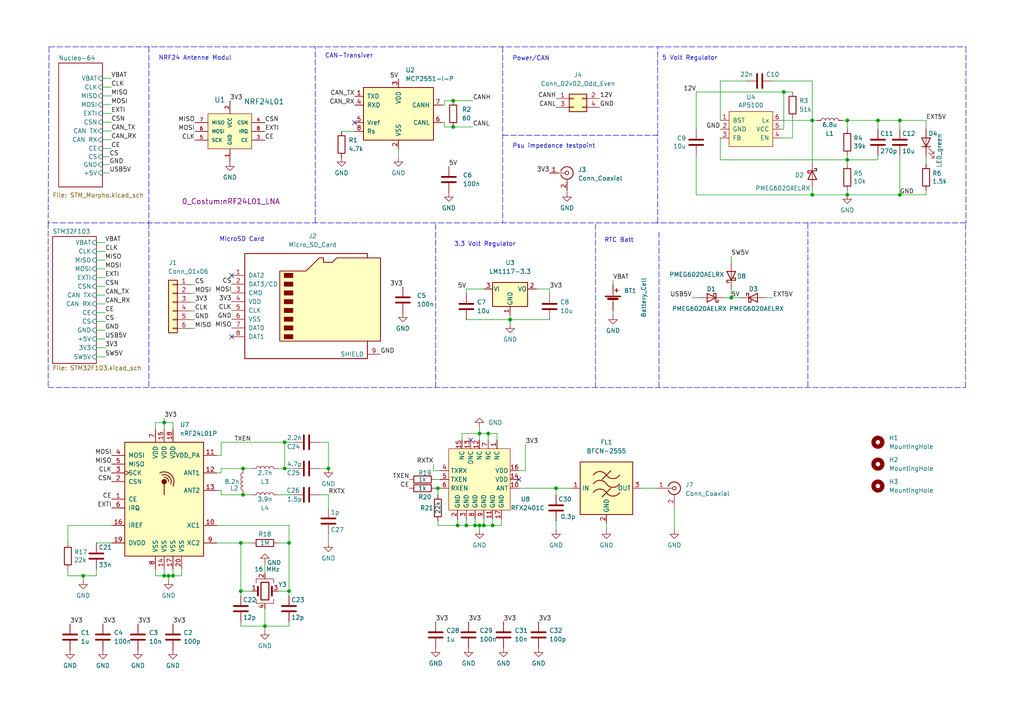
<source format=kicad_sch>
(kicad_sch (version 20211123) (generator eeschema)
  (paper "A4")
  (lib_symbols
    (symbol "0Costum:BD9G101G" (pin_names (offset 1.016))
      (property "Reference" "U?" (at 0 9.271 0))
      (property "Value" "BD9G101G" (at 0 6.9596 0))
      (symbol "BD9G101G_1_1"
        (pin input line (at -8.89 2.54 0) (length 2.54) (name "BST") (number "1"))
        (pin input line (at -8.89 0 0) (length 2.54) (name "GND") (number "2"))
        (pin input line (at -8.89 -2.54 0) (length 2.54) (name "FB") (number "3"))
        (pin input line (at 8.89 -2.54 180) (length 2.54) (name "EN") (number "4"))
        (pin input line (at 8.89 0 180) (length 2.54) (name "VCC") (number "5"))
        (pin output line (at 8.89 2.54 180) (length 2.54) (name "Lx") (number "6"))
      )
    )
    (symbol "0_Costum:RFX2401C"
      (property "Reference" "U" (at 0 16.51 0))
      (property "Value" "RFX2401C" (at 6.35 -3.175 0))
      (symbol "RFX2401C_1_1"
        (pin input line (at 7.62 3.81 270) (length 2.54) (name "NC") (number "1"))
        (pin input line (at 13.97 -10.16 180) (length 2.54) (name "ANT") (number "10"))
        (pin input line (at 6.35 -19.05 90) (length 2.54) (name "GND") (number "11"))
        (pin input line (at 2.54 3.81 270) (length 2.54) (name "NC") (number "12"))
        (pin input line (at 0 3.81 270) (length 2.54) (name "DNC") (number "13"))
        (pin input line (at 13.97 -7.62 180) (length 2.54) (name "VDD") (number "14"))
        (pin input line (at -2.54 3.81 270) (length 2.54) (name "NC") (number "15"))
        (pin input line (at 13.97 -5.08 180) (length 2.54) (name "VDD") (number "16"))
        (pin input line (at 8.89 -19.05 90) (length 2.54) (name "GND") (number "17"))
        (pin input line (at -3.81 -19.05 90) (length 2.54) (name "GND") (number "2"))
        (pin input line (at -1.27 -19.05 90) (length 2.54) (name "GND") (number "3"))
        (pin input line (at -8.89 -5.08 0) (length 2.54) (name "TXRX") (number "4"))
        (pin input line (at -8.89 -7.62 0) (length 2.54) (name "TXEN") (number "5"))
        (pin input line (at -8.89 -10.16 0) (length 2.54) (name "RXEN") (number "6"))
        (pin input line (at 5.08 3.81 270) (length 2.54) (name "NC") (number "7"))
        (pin input line (at 1.27 -19.05 90) (length 2.54) (name "GND") (number "8"))
        (pin input line (at 3.81 -19.05 90) (length 2.54) (name "GND") (number "9"))
      )
    )
    (symbol "Connector:Conn_Coaxial" (pin_names (offset 1.016) hide)
      (property "Reference" "J" (at 0.254 3.048 0))
      (property "Value" "Conn_Coaxial" (at 2.921 0 90))
      (symbol "Conn_Coaxial_1_1"
        (pin passive line (at -5.08 0 0) (length 2.54) (name "In") (number "1"))
        (pin passive line (at 0 -5.08 90) (length 2.54) (name "Ext") (number "2"))
      )
    )
    (symbol "Connector:Micro_SD_Card" (pin_names (offset 1.016))
      (property "Reference" "J" (at -16.51 15.24 0))
      (property "Value" "Micro_SD_Card" (at 16.51 15.24 0))
      (symbol "Micro_SD_Card_1_1"
        (pin bidirectional line (at -22.86 7.62 0) (length 3.81) (name "DAT2") (number "1"))
        (pin bidirectional line (at -22.86 5.08 0) (length 3.81) (name "DAT3/CD") (number "2"))
        (pin input line (at -22.86 2.54 0) (length 3.81) (name "CMD") (number "3"))
        (pin power_in line (at -22.86 0 0) (length 3.81) (name "VDD") (number "4"))
        (pin input line (at -22.86 -2.54 0) (length 3.81) (name "CLK") (number "5"))
        (pin power_in line (at -22.86 -5.08 0) (length 3.81) (name "VSS") (number "6"))
        (pin bidirectional line (at -22.86 -7.62 0) (length 3.81) (name "DAT0") (number "7"))
        (pin bidirectional line (at -22.86 -10.16 0) (length 3.81) (name "DAT1") (number "8"))
        (pin passive line (at 20.32 -15.24 180) (length 3.81) (name "SHIELD") (number "9"))
      )
    )
    (symbol "Connector_Generic:Conn_01x06" (pin_names (offset 1.016) hide)
      (property "Reference" "J" (at 0 7.62 0))
      (property "Value" "Conn_01x06" (at 0 -10.16 0))
      (symbol "Conn_01x06_1_1"
        (pin passive line (at -5.08 5.08 0) (length 3.81) (name "Pin_1") (number "1"))
        (pin passive line (at -5.08 2.54 0) (length 3.81) (name "Pin_2") (number "2"))
        (pin passive line (at -5.08 0 0) (length 3.81) (name "Pin_3") (number "3"))
        (pin passive line (at -5.08 -2.54 0) (length 3.81) (name "Pin_4") (number "4"))
        (pin passive line (at -5.08 -5.08 0) (length 3.81) (name "Pin_5") (number "5"))
        (pin passive line (at -5.08 -7.62 0) (length 3.81) (name "Pin_6") (number "6"))
      )
    )
    (symbol "Connector_Generic:Conn_02x02_Odd_Even" (pin_names (offset 1.016) hide)
      (property "Reference" "J" (at 1.27 2.54 0))
      (property "Value" "Conn_02x02_Odd_Even" (at 1.27 -5.08 0))
      (symbol "Conn_02x02_Odd_Even_1_1"
        (pin passive line (at -5.08 0 0) (length 3.81) (name "Pin_1") (number "1"))
        (pin passive line (at 7.62 0 180) (length 3.81) (name "Pin_2") (number "2"))
        (pin passive line (at -5.08 -2.54 0) (length 3.81) (name "Pin_3") (number "3"))
        (pin passive line (at 7.62 -2.54 180) (length 3.81) (name "Pin_4") (number "4"))
      )
    )
    (symbol "Device:Battery_Cell" (pin_numbers hide) (pin_names (offset 0) hide)
      (property "Reference" "BT" (at 2.54 2.54 0))
      (property "Value" "Battery_Cell" (at 2.54 0 0))
      (symbol "Battery_Cell_1_1"
        (pin passive line (at 0 5.08 270) (length 2.54) (name "+") (number "1"))
        (pin passive line (at 0 -2.54 90) (length 2.54) (name "-") (number "2"))
      )
    )
    (symbol "Device:C" (pin_numbers hide) (pin_names (offset 0.254))
      (property "Reference" "C" (at 0.635 2.54 0))
      (property "Value" "C" (at 0.635 -2.54 0))
      (symbol "C_1_1"
        (pin passive line (at 0 3.81 270) (length 2.794) (name "~") (number "1"))
        (pin passive line (at 0 -3.81 90) (length 2.794) (name "~") (number "2"))
      )
    )
    (symbol "Device:Crystal_GND24" (pin_names (offset 1.016) hide)
      (property "Reference" "Y" (at 3.175 5.08 0))
      (property "Value" "Crystal_GND24" (at 3.175 3.175 0))
      (symbol "Crystal_GND24_1_1"
        (pin passive line (at -3.81 0 0) (length 1.27) (name "1") (number "1"))
        (pin passive line (at 0 5.08 270) (length 1.27) (name "2") (number "2"))
        (pin passive line (at 3.81 0 180) (length 1.27) (name "3") (number "3"))
        (pin passive line (at 0 -5.08 90) (length 1.27) (name "4") (number "4"))
      )
    )
    (symbol "Device:D_Schottky" (pin_numbers hide) (pin_names (offset 1.016) hide)
      (property "Reference" "D" (at 0 2.54 0))
      (property "Value" "D_Schottky" (at 0 -2.54 0))
      (symbol "D_Schottky_1_1"
        (pin passive line (at -3.81 0 0) (length 2.54) (name "K") (number "1"))
        (pin passive line (at 3.81 0 180) (length 2.54) (name "A") (number "2"))
      )
    )
    (symbol "Device:L" (pin_numbers hide) (pin_names (offset 1.016) hide)
      (property "Reference" "L" (at -1.27 0 90))
      (property "Value" "L" (at 1.905 0 90))
      (symbol "L_1_1"
        (pin passive line (at 0 3.81 270) (length 1.27) (name "1") (number "1"))
        (pin passive line (at 0 -3.81 90) (length 1.27) (name "2") (number "2"))
      )
    )
    (symbol "Device:LED" (pin_numbers hide) (pin_names (offset 1.016) hide)
      (property "Reference" "D" (at 0 2.54 0))
      (property "Value" "LED" (at 0 -2.54 0))
      (symbol "LED_1_1"
        (pin passive line (at -3.81 0 0) (length 2.54) (name "K") (number "1"))
        (pin passive line (at 3.81 0 180) (length 2.54) (name "A") (number "2"))
      )
    )
    (symbol "Device:R" (pin_numbers hide) (pin_names (offset 0))
      (property "Reference" "R" (at 2.032 0 90))
      (property "Value" "R" (at 0 0 90))
      (symbol "R_1_1"
        (pin passive line (at 0 3.81 270) (length 1.27) (name "~") (number "1"))
        (pin passive line (at 0 -3.81 90) (length 1.27) (name "~") (number "2"))
      )
    )
    (symbol "Interface_CAN_LIN:MCP2551-I-P" (pin_names (offset 1.016))
      (property "Reference" "U" (at -10.16 8.89 0))
      (property "Value" "MCP2551-I-P" (at 2.54 8.89 0))
      (symbol "MCP2551-I-P_1_1"
        (pin input line (at -12.7 5.08 0) (length 2.54) (name "TXD") (number "1"))
        (pin power_in line (at 0 -10.16 90) (length 2.54) (name "VSS") (number "2"))
        (pin power_in line (at 0 10.16 270) (length 2.54) (name "VDD") (number "3"))
        (pin output line (at -12.7 2.54 0) (length 2.54) (name "RXD") (number "4"))
        (pin power_out line (at -12.7 -2.54 0) (length 2.54) (name "Vref") (number "5"))
        (pin bidirectional line (at 12.7 -2.54 180) (length 2.54) (name "CANL") (number "6"))
        (pin bidirectional line (at 12.7 2.54 180) (length 2.54) (name "CANH") (number "7"))
        (pin input line (at -12.7 -5.08 0) (length 2.54) (name "Rs") (number "8"))
      )
    )
    (symbol "Mechanical:MountingHole" (pin_names (offset 1.016))
      (property "Reference" "H" (at 0 5.08 0))
      (property "Value" "MountingHole" (at 0 3.175 0))
    )
    (symbol "RF:nRF24L01P" (pin_names (offset 1.016))
      (property "Reference" "U" (at -11.43 17.78 0))
      (property "Value" "nRF24L01P" (at 5.08 17.78 0))
      (symbol "nRF24L01P_1_1"
        (pin input line (at -15.24 0 0) (length 3.81) (name "CE") (number "1"))
        (pin passive line (at 15.24 -7.62 180) (length 3.81) (name "XC1") (number "10"))
        (pin power_out line (at 15.24 12.7 180) (length 3.81) (name "VDD_PA") (number "11"))
        (pin passive line (at 15.24 7.62 180) (length 3.81) (name "ANT1") (number "12"))
        (pin passive line (at 15.24 2.54 180) (length 3.81) (name "ANT2") (number "13"))
        (pin power_in line (at 0 -20.32 90) (length 3.81) (name "VSS") (number "14"))
        (pin power_in line (at 0 20.32 270) (length 3.81) (name "VDD") (number "15"))
        (pin passive line (at -15.24 -7.62 0) (length 3.81) (name "IREF") (number "16"))
        (pin power_in line (at 2.54 -20.32 90) (length 3.81) (name "VSS") (number "17"))
        (pin power_in line (at 2.54 20.32 270) (length 3.81) (name "VDD") (number "18"))
        (pin power_out line (at -15.24 -12.7 0) (length 3.81) (name "DVDD") (number "19"))
        (pin input line (at -15.24 5.08 0) (length 3.81) (name "CSN") (number "2"))
        (pin power_in line (at 5.08 -20.32 90) (length 3.81) (name "VSS") (number "20"))
        (pin input clock (at -15.24 7.62 0) (length 3.81) (name "SCK") (number "3"))
        (pin input line (at -15.24 12.7 0) (length 3.81) (name "MOSI") (number "4"))
        (pin output line (at -15.24 10.16 0) (length 3.81) (name "MISO") (number "5"))
        (pin output line (at -15.24 -2.54 0) (length 3.81) (name "IRQ") (number "6"))
        (pin power_in line (at -2.54 20.32 270) (length 3.81) (name "VDD") (number "7"))
        (pin power_in line (at -2.54 -20.32 90) (length 3.81) (name "VSS") (number "8"))
        (pin passive line (at 15.24 -12.7 180) (length 3.81) (name "XC2") (number "9"))
      )
    )
    (symbol "RF_Filter:BFCN-2555"
      (property "Reference" "FL" (at 0 10.795 0))
      (property "Value" "BFCN-2555" (at 0 8.89 0))
      (symbol "BFCN-2555_1_1"
        (pin passive line (at -10.16 0 0) (length 2.54) (name "IN") (number "1"))
        (pin passive line (at 0 -10.16 90) (length 2.54) (name "GND") (number "2"))
        (pin passive line (at 10.16 0 180) (length 2.54) (name "OUT") (number "3"))
        (pin passive line (at 0 -10.16 90) (length 2.54) hide (name "GND") (number "4"))
        (pin passive line (at 0 -10.16 90) (length 2.54) hide (name "GND") (number "5"))
        (pin passive line (at 0 -10.16 90) (length 2.54) hide (name "GND") (number "6"))
      )
    )
    (symbol "Regulator_Linear:LM1117-3.3" (pin_names (offset 0.254))
      (property "Reference" "U" (at -3.81 3.175 0))
      (property "Value" "LM1117-3.3" (at 0 3.175 0))
      (symbol "LM1117-3.3_1_1"
        (pin power_in line (at 0 -7.62 90) (length 2.54) (name "GND") (number "1"))
        (pin power_out line (at 7.62 0 180) (length 2.54) (name "VO") (number "2"))
        (pin power_in line (at -7.62 0 0) (length 2.54) (name "VI") (number "3"))
      )
    )
    (symbol "mysensors_radios:NRF24L01" (pin_names (offset 1.016))
      (property "Reference" "U1" (at -4.572 9.144 0))
      (property "Value" "NRF24L01" (at 4.064 8.636 0))
      (symbol "NRF24L01_1_1"
        (pin power_in line (at 0 -8.89 90) (length 3.81) (name "GND") (number "1"))
        (pin power_in line (at 0 8.89 270) (length 3.81) (name "VCC") (number "2"))
        (pin input line (at 10.16 -2.54 180) (length 3.81) (name "CE") (number "3"))
        (pin input line (at 10.16 2.54 180) (length 3.81) (name "CSN") (number "4"))
        (pin input line (at -10.16 -2.54 0) (length 3.81) (name "SCK") (number "5"))
        (pin input line (at -10.16 0 0) (length 3.81) (name "MOSI") (number "6"))
        (pin input line (at -10.16 2.54 0) (length 3.81) (name "MISO") (number "7"))
        (pin output line (at 10.16 0 180) (length 3.81) (name "IRQ") (number "8"))
      )
    )
    (symbol "power:GND" (power) (pin_names (offset 0))
      (property "Value" "GND" (at 0 -3.81 0))
      (symbol "GND_1_1"
        (pin power_in line (at 0 0 270) (length 0) hide (name "GND") (number "1"))
      )
    )
  )
  (junction (at 50.165 167.005))
  (junction (at 139.065 152.4))
  (junction (at 132.715 152.4))
  (junction (at 141.605 125.73))
  (junction (at 147.955 92.71))
  (junction (at 47.625 167.005))
  (junction (at 95.25 135.89))
  (junction (at 69.85 157.48))
  (junction (at 135.255 152.4))
  (junction (at 70.485 143.51))
  (junction (at 47.625 122.555))
  (junction (at 69.85 171.45))
  (junction (at 140.335 152.4))
  (junction (at 161.29 141.605))
  (junction (at 254.635 34.925))
  (junction (at 142.875 152.4))
  (junction (at 131.445 29.21))
  (junction (at 235.585 56.515))
  (junction (at 82.55 128.27))
  (junction (at 82.55 135.89))
  (junction (at 212.09 86.36))
  (junction (at 24.13 167.005))
  (junction (at 139.065 125.73))
  (junction (at 76.835 181.61))
  (junction (at 131.445 36.83))
  (junction (at 245.745 46.355))
  (junction (at 245.745 56.515))
  (junction (at 83.82 157.48))
  (junction (at 127 141.605))
  (junction (at 70.485 135.89))
  (junction (at 235.585 34.925))
  (junction (at 245.745 34.925))
  (junction (at 137.795 152.4))
  (junction (at 83.82 171.45))
  (junction (at 227.33 26.67))
  (junction (at 260.985 34.925))
  (junction (at 48.895 167.005))
  (junction (at 260.985 56.515))
  (no_connect (at 150.495 139.065))
  (no_connect (at 67.183 97.663))
  (no_connect (at 136.525 127.635))
  (no_connect (at 67.183 79.883))
  (no_connect (at 102.87 35.56))
  (wire (pts (xy 235.585 34.925) (xy 236.855 34.925)))
  (wire (pts (xy 83.82 152.4) (xy 62.865 152.4)))
  (wire (pts (xy 128.905 36.83) (xy 131.445 36.83)))
  (wire (pts (xy 212.09 86.36) (xy 214.63 86.36)))
  (wire (pts (xy 69.85 181.61) (xy 76.835 181.61)))
  (wire (pts (xy 55.245 82.55) (xy 56.515 82.55)))
  (wire (pts (xy 85.09 128.27) (xy 82.55 128.27)))
  (wire (pts (xy 127 141.605) (xy 127.635 141.605)))
  (wire (pts (xy 235.585 23.495) (xy 235.585 34.925)))
  (wire (pts (xy 152.4 136.525) (xy 152.4 128.905)))
  (wire (pts (xy 128.905 35.56) (xy 128.905 36.83)))
  (wire (pts (xy 29.718 45.466) (xy 31.75 45.466)))
  (wire (pts (xy 47.625 167.005) (xy 45.085 167.005)))
  (wire (pts (xy 260.985 34.925) (xy 260.985 37.465)))
  (wire (pts (xy 29.718 30.353) (xy 32.258 30.353)))
  (wire (pts (xy 159.385 83.82) (xy 159.385 85.09)))
  (wire (pts (xy 161.29 141.605) (xy 165.735 141.605)))
  (wire (pts (xy 95.25 128.27) (xy 95.25 135.89)))
  (wire (pts (xy 47.625 122.555) (xy 47.625 124.46)))
  (wire (pts (xy 177.8 90.17) (xy 177.8 91.44)))
  (polyline (pts (xy 172.72 112.395) (xy 172.72 64.643)))
  (wire (pts (xy 227.33 26.67) (xy 201.93 26.67)))
  (wire (pts (xy 210.185 86.36) (xy 212.09 86.36)))
  (wire (pts (xy 125.73 134.62) (xy 125.73 136.525)))
  (wire (pts (xy 128.905 30.48) (xy 128.27 30.48)))
  (wire (pts (xy 135.255 92.71) (xy 147.955 92.71)))
  (wire (pts (xy 245.745 55.245) (xy 245.745 56.515)))
  (wire (pts (xy 137.795 150.495) (xy 137.795 152.4)))
  (wire (pts (xy 27.94 77.978) (xy 30.48 77.978)))
  (wire (pts (xy 235.585 56.515) (xy 245.745 56.515)))
  (polyline (pts (xy 190.5 64.643) (xy 13.97 64.643)))
  (polyline (pts (xy 190.5 64.643) (xy 190.754 64.643)))
  (polyline (pts (xy 145.796 13.589) (xy 145.796 64.643)))
  (wire (pts (xy 64.135 143.51) (xy 70.485 143.51)))
  (wire (pts (xy 70.485 135.89) (xy 73.025 135.89)))
  (wire (pts (xy 268.605 55.245) (xy 268.605 56.515)))
  (wire (pts (xy 216.535 23.495) (xy 208.915 23.495)))
  (wire (pts (xy 92.71 128.27) (xy 95.25 128.27)))
  (wire (pts (xy 224.155 23.495) (xy 235.585 23.495)))
  (wire (pts (xy 147.955 92.71) (xy 159.385 92.71)))
  (wire (pts (xy 69.85 171.45) (xy 69.85 172.72)))
  (wire (pts (xy 99.06 38.1) (xy 102.87 38.1)))
  (polyline (pts (xy 43.18 64.643) (xy 42.926 64.643)))
  (wire (pts (xy 195.58 146.685) (xy 195.58 153.67)))
  (wire (pts (xy 139.065 152.4) (xy 139.065 153.67)))
  (wire (pts (xy 83.82 157.48) (xy 83.82 171.45)))
  (wire (pts (xy 27.94 80.518) (xy 30.48 80.518)))
  (wire (pts (xy 19.685 167.005) (xy 24.13 167.005)))
  (wire (pts (xy 139.065 123.825) (xy 139.065 125.73)))
  (wire (pts (xy 260.985 56.515) (xy 268.605 56.515)))
  (wire (pts (xy 125.73 136.525) (xy 127.635 136.525)))
  (wire (pts (xy 268.605 34.925) (xy 268.605 37.465)))
  (wire (pts (xy 254.635 34.925) (xy 254.635 37.465)))
  (wire (pts (xy 212.09 74.295) (xy 212.09 76.2)))
  (wire (pts (xy 47.625 122.555) (xy 50.165 122.555)))
  (wire (pts (xy 27.94 85.598) (xy 30.48 85.598)))
  (wire (pts (xy 164.465 55.245) (xy 164.465 55.88)))
  (wire (pts (xy 83.82 152.4) (xy 83.82 157.48)))
  (wire (pts (xy 177.8 81.28) (xy 177.8 82.55)))
  (wire (pts (xy 131.445 29.21) (xy 128.905 29.21)))
  (wire (pts (xy 69.85 180.34) (xy 69.85 181.61)))
  (wire (pts (xy 132.715 152.4) (xy 135.255 152.4)))
  (wire (pts (xy 142.875 152.4) (xy 140.335 152.4)))
  (wire (pts (xy 70.485 143.51) (xy 73.025 143.51)))
  (wire (pts (xy 201.93 26.67) (xy 201.93 37.465)))
  (wire (pts (xy 47.625 165.1) (xy 47.625 167.005)))
  (wire (pts (xy 24.13 167.005) (xy 24.13 168.275)))
  (wire (pts (xy 137.795 152.4) (xy 135.255 152.4)))
  (wire (pts (xy 29.718 32.893) (xy 32.258 32.893)))
  (wire (pts (xy 235.585 34.925) (xy 235.585 46.99)))
  (wire (pts (xy 76.835 163.195) (xy 76.835 166.37)))
  (wire (pts (xy 27.94 90.678) (xy 30.48 90.678)))
  (wire (pts (xy 52.705 165.1) (xy 52.705 167.005)))
  (wire (pts (xy 29.718 22.733) (xy 32.258 22.733)))
  (polyline (pts (xy 43.18 13.589) (xy 43.18 64.643)))
  (wire (pts (xy 226.695 34.925) (xy 235.585 34.925)))
  (wire (pts (xy 27.94 103.505) (xy 30.48 103.505)))
  (wire (pts (xy 201.93 56.515) (xy 201.93 45.085)))
  (wire (pts (xy 212.09 83.82) (xy 212.09 86.36)))
  (wire (pts (xy 115.57 43.18) (xy 115.57 45.72)))
  (wire (pts (xy 27.94 95.758) (xy 30.48 95.758)))
  (wire (pts (xy 141.605 125.73) (xy 141.605 127.635)))
  (wire (pts (xy 45.085 122.555) (xy 47.625 122.555)))
  (wire (pts (xy 175.895 151.765) (xy 175.895 153.67)))
  (wire (pts (xy 127 151.13) (xy 127 152.4)))
  (wire (pts (xy 141.605 125.73) (xy 144.145 125.73)))
  (wire (pts (xy 131.445 36.83) (xy 137.16 36.83)))
  (wire (pts (xy 128.27 35.56) (xy 128.905 35.56)))
  (wire (pts (xy 145.415 152.4) (xy 142.875 152.4)))
  (polyline (pts (xy 280.035 112.395) (xy 280.035 64.77)))
  (wire (pts (xy 29.718 37.973) (xy 32.258 37.973)))
  (wire (pts (xy 208.915 46.355) (xy 208.915 40.005)))
  (wire (pts (xy 95.25 154.94) (xy 95.25 157.48)))
  (polyline (pts (xy 126.365 112.395) (xy 126.365 64.77)))
  (wire (pts (xy 29.718 40.513) (xy 32.258 40.513)))
  (polyline (pts (xy 43.18 64.77) (xy 43.18 112.395)))
  (wire (pts (xy 201.93 56.515) (xy 235.585 56.515)))
  (wire (pts (xy 64.135 128.27) (xy 82.55 128.27)))
  (wire (pts (xy 55.245 90.17) (xy 56.515 90.17)))
  (wire (pts (xy 245.745 34.925) (xy 245.745 37.465)))
  (polyline (pts (xy 13.97 112.395) (xy 280.035 112.395)))
  (wire (pts (xy 69.85 157.48) (xy 73.025 157.48)))
  (wire (pts (xy 227.33 26.67) (xy 229.87 26.67)))
  (wire (pts (xy 254.635 34.925) (xy 260.985 34.925)))
  (wire (pts (xy 229.87 40.005) (xy 229.87 34.29)))
  (wire (pts (xy 27.94 88.138) (xy 30.48 88.138)))
  (wire (pts (xy 139.065 125.73) (xy 139.065 127.635)))
  (wire (pts (xy 155.575 83.82) (xy 159.385 83.82)))
  (wire (pts (xy 45.085 124.46) (xy 45.085 122.555)))
  (wire (pts (xy 27.94 93.218) (xy 30.48 93.218)))
  (wire (pts (xy 142.875 150.495) (xy 142.875 152.4)))
  (wire (pts (xy 64.135 137.16) (xy 64.135 135.89)))
  (wire (pts (xy 55.245 85.09) (xy 56.515 85.09)))
  (wire (pts (xy 95.25 143.51) (xy 95.25 147.32)))
  (wire (pts (xy 139.065 125.73) (xy 141.605 125.73)))
  (polyline (pts (xy 234.315 64.77) (xy 234.315 112.395)))
  (wire (pts (xy 140.335 150.495) (xy 140.335 152.4)))
  (wire (pts (xy 244.475 34.925) (xy 245.745 34.925)))
  (polyline (pts (xy 191.135 112.395) (xy 191.135 67.31)))
  (wire (pts (xy 140.335 152.4) (xy 139.065 152.4)))
  (wire (pts (xy 254.635 46.355) (xy 254.635 45.085)))
  (wire (pts (xy 245.745 34.925) (xy 254.635 34.925)))
  (wire (pts (xy 126.365 139.065) (xy 127.635 139.065)))
  (wire (pts (xy 208.915 46.355) (xy 245.745 46.355)))
  (wire (pts (xy 64.135 135.89) (xy 70.485 135.89)))
  (wire (pts (xy 235.585 54.61) (xy 235.585 56.515)))
  (wire (pts (xy 27.94 75.438) (xy 30.48 75.438)))
  (wire (pts (xy 132.715 150.495) (xy 132.715 152.4)))
  (wire (pts (xy 227.33 26.67) (xy 227.33 37.465)))
  (wire (pts (xy 29.718 25.273) (xy 32.258 25.273)))
  (wire (pts (xy 76.835 181.61) (xy 76.835 182.88)))
  (polyline (pts (xy 13.97 64.643) (xy 13.97 112.395)))
  (wire (pts (xy 52.705 167.005) (xy 50.165 167.005)))
  (wire (pts (xy 260.985 45.085) (xy 260.985 56.515)))
  (wire (pts (xy 150.495 136.525) (xy 152.4 136.525)))
  (wire (pts (xy 147.955 91.44) (xy 147.955 92.71)))
  (wire (pts (xy 50.165 122.555) (xy 50.165 124.46)))
  (wire (pts (xy 245.745 56.515) (xy 260.985 56.515)))
  (wire (pts (xy 29.718 35.433) (xy 32.258 35.433)))
  (polyline (pts (xy 145.796 39.243) (xy 190.754 39.243)))
  (wire (pts (xy 27.94 70.358) (xy 30.48 70.358)))
  (polyline (pts (xy 14.224 13.589) (xy 190.754 13.589)))
  (wire (pts (xy 82.55 135.89) (xy 85.09 135.89)))
  (wire (pts (xy 208.915 23.495) (xy 208.915 34.925)))
  (wire (pts (xy 55.245 92.71) (xy 56.515 92.71)))
  (wire (pts (xy 226.695 37.465) (xy 227.33 37.465)))
  (wire (pts (xy 29.718 50.165) (xy 31.75 50.165)))
  (wire (pts (xy 135.255 152.4) (xy 135.255 150.495)))
  (wire (pts (xy 19.685 152.4) (xy 19.685 157.48)))
  (wire (pts (xy 45.085 167.005) (xy 45.085 165.1)))
  (wire (pts (xy 29.718 43.053) (xy 32.258 43.053)))
  (wire (pts (xy 147.955 92.71) (xy 147.955 93.98)))
  (wire (pts (xy 135.255 83.82) (xy 135.255 85.09)))
  (wire (pts (xy 131.445 29.21) (xy 137.16 29.21)))
  (wire (pts (xy 145.415 150.495) (xy 145.415 152.4)))
  (wire (pts (xy 200.66 86.36) (xy 202.565 86.36)))
  (wire (pts (xy 27.94 72.898) (xy 30.48 72.898)))
  (wire (pts (xy 150.495 141.605) (xy 161.29 141.605)))
  (wire (pts (xy 126.365 141.605) (xy 127 141.605)))
  (wire (pts (xy 69.85 171.45) (xy 73.025 171.45)))
  (wire (pts (xy 50.165 167.005) (xy 48.895 167.005)))
  (wire (pts (xy 245.745 45.085) (xy 245.745 46.355)))
  (wire (pts (xy 47.625 121.285) (xy 47.625 122.555)))
  (wire (pts (xy 32.385 157.48) (xy 27.94 157.48)))
  (wire (pts (xy 69.85 157.48) (xy 69.85 171.45)))
  (wire (pts (xy 50.165 165.1) (xy 50.165 167.005)))
  (wire (pts (xy 135.255 83.82) (xy 140.335 83.82)))
  (polyline (pts (xy 190.5 39.243) (xy 190.754 39.243)))
  (wire (pts (xy 144.145 125.73) (xy 144.145 127.635)))
  (wire (pts (xy 27.94 167.005) (xy 27.94 165.1)))
  (polyline (pts (xy 14.224 13.589) (xy 13.97 64.643)))
  (polyline (pts (xy 91.44 13.589) (xy 91.186 13.589)))
  (wire (pts (xy 260.985 34.925) (xy 268.605 34.925)))
  (polyline (pts (xy 190.754 64.643) (xy 190.754 13.589)))
  (wire (pts (xy 55.245 87.63) (xy 56.515 87.63)))
  (wire (pts (xy 224.155 86.36) (xy 222.25 86.36)))
  (wire (pts (xy 245.745 46.355) (xy 254.635 46.355)))
  (wire (pts (xy 82.55 128.27) (xy 82.55 135.89)))
  (wire (pts (xy 133.985 125.73) (xy 139.065 125.73)))
  (wire (pts (xy 127 152.4) (xy 132.715 152.4)))
  (wire (pts (xy 27.94 98.298) (xy 30.48 98.298)))
  (wire (pts (xy 76.835 181.61) (xy 83.82 181.61)))
  (wire (pts (xy 55.245 95.25) (xy 56.515 95.25)))
  (wire (pts (xy 76.835 176.53) (xy 76.835 181.61)))
  (wire (pts (xy 62.865 137.16) (xy 64.135 137.16)))
  (wire (pts (xy 92.71 135.89) (xy 95.25 135.89)))
  (wire (pts (xy 48.895 167.005) (xy 47.625 167.005)))
  (wire (pts (xy 64.135 142.24) (xy 64.135 143.51)))
  (wire (pts (xy 139.065 152.4) (xy 137.795 152.4)))
  (polyline (pts (xy 280.162 13.589) (xy 280.162 64.643)))
  (wire (pts (xy 83.82 171.45) (xy 83.82 172.72)))
  (wire (pts (xy 92.71 143.51) (xy 95.25 143.51)))
  (wire (pts (xy 128.905 29.21) (xy 128.905 30.48)))
  (wire (pts (xy 80.645 171.45) (xy 83.82 171.45)))
  (wire (pts (xy 64.135 132.08) (xy 64.135 128.27)))
  (wire (pts (xy 29.718 27.813) (xy 32.258 27.813)))
  (wire (pts (xy 268.605 45.085) (xy 268.605 47.625)))
  (wire (pts (xy 19.685 165.1) (xy 19.685 167.005)))
  (wire (pts (xy 27.94 100.838) (xy 30.48 100.838)))
  (wire (pts (xy 226.695 40.005) (xy 229.87 40.005)))
  (wire (pts (xy 127 141.605) (xy 127 143.51)))
  (wire (pts (xy 27.94 83.058) (xy 30.48 83.058)))
  (wire (pts (xy 161.29 151.13) (xy 161.29 153.67)))
  (wire (pts (xy 80.645 143.51) (xy 85.09 143.51)))
  (polyline (pts (xy 190.754 13.589) (xy 280.162 13.589)))
  (wire (pts (xy 62.865 132.08) (xy 64.135 132.08)))
  (wire (pts (xy 83.82 181.61) (xy 83.82 180.34)))
  (polyline (pts (xy 280.162 64.643) (xy 190.5 64.643)))
  (wire (pts (xy 29.718 47.752) (xy 31.75 47.752)))
  (wire (pts (xy 80.645 157.48) (xy 83.82 157.48)))
  (wire (pts (xy 80.645 135.89) (xy 82.55 135.89)))
  (polyline (pts (xy 91.44 64.643) (xy 91.44 13.589)))
  (wire (pts (xy 62.865 142.24) (xy 64.135 142.24)))
  (wire (pts (xy 19.685 152.4) (xy 32.385 152.4)))
  (wire (pts (xy 161.29 141.605) (xy 161.29 143.51)))
  (wire (pts (xy 245.745 46.355) (xy 245.745 47.625)))
  (wire (pts (xy 133.985 127.635) (xy 133.985 125.73)))
  (wire (pts (xy 48.895 167.005) (xy 48.895 168.275)))
  (wire (pts (xy 24.13 167.005) (xy 27.94 167.005)))
  (wire (pts (xy 62.865 157.48) (xy 69.85 157.48)))
  (wire (pts (xy 186.055 141.605) (xy 190.5 141.605)))
  (text "NRF24 Antenne Modul" (at 45.974 17.653 0) (effects (font (size 1.27 1.27)) (justify left bottom)))
  (text "CAN-Transiver" (at 94.234 17.018 0) (effects (font (size 1.27 1.27)) (justify left bottom)))
  (text "Psu impedance testpoint" (at 148.59 43.18 0) (effects (font (size 1.27 1.27)) (justify left bottom)))
  (text "Power/CAN\n" (at 148.59 17.78 0) (effects (font (size 1.27 1.27)) (justify left bottom)))
  (text "MicroSD Card" (at 63.627 70.231 0) (effects (font (size 1.27 1.27)) (justify left bottom)))
  (text "5 Volt Regulator" (at 192.024 17.653 0) (effects (font (size 1.27 1.27)) (justify left bottom)))
  (text "3.3 Volt Regulator" (at 131.699 71.628 0) (effects (font (size 1.27 1.27)) (justify left bottom)))
  (text "RTC Batt" (at 175.26 70.485 0) (effects (font (size 1.27 1.27)) (justify left bottom)))
  (label "MISO" (at 32.258 27.813 0))
  (label "MOSI" (at 56.515 38.1 180))
  (label "CAN_TX" (at 32.258 37.973 0))
  (label "CLK" (at 67.183 90.043 180))
  (label "MISO" (at 56.515 35.56 180))
  (label "TXEN" (at 118.745 139.065 180))
  (label "MISO" (at 30.48 75.438 0))
  (label "CLK" (at 56.515 90.17 0))
  (label "CE" (at 32.385 144.78 180))
  (label "CSN" (at 30.48 83.058 0))
  (label "3V3" (at 29.845 180.975 0))
  (label "5V" (at 130.175 48.26 0))
  (label "CS" (at 31.75 45.466 0))
  (label "CSN" (at 76.835 35.56 0))
  (label "3V3" (at 135.89 180.34 0))
  (label "VBAT" (at 30.48 70.358 0))
  (label "5V" (at 135.255 83.82 180))
  (label "CSN" (at 32.385 139.7 180))
  (label "EXT5V" (at 268.605 34.925 0))
  (label "GND" (at 30.48 95.758 0))
  (label "USB5V" (at 200.66 86.36 180))
  (label "GND" (at 260.985 56.515 0))
  (label "CS" (at 30.48 93.218 0))
  (label "GND" (at 56.515 92.71 0))
  (label "MOSI" (at 67.183 84.963 180))
  (label "MISO" (at 32.385 134.62 180))
  (label "EXT5V" (at 224.155 86.36 0))
  (label "CS" (at 67.183 82.423 180))
  (label "CS" (at 56.515 82.55 0))
  (label "CAN_RX" (at 32.258 40.513 0))
  (label "CE" (at 76.835 40.64 0))
  (label "CE" (at 32.258 43.053 0))
  (label "USB5V" (at 30.48 98.298 0))
  (label "SW5V" (at 30.48 103.505 0))
  (label "3V3" (at 20.32 180.975 0))
  (label "GND" (at 67.183 92.583 180))
  (label "CLK" (at 32.385 137.16 180))
  (label "TXEN" (at 67.945 128.27 0))
  (label "3V3" (at 116.84 83.185 180))
  (label "USB5V" (at 31.75 50.165 0))
  (label "3V3" (at 156.21 180.34 0))
  (label "CANH" (at 161.29 28.575 180))
  (label "CANL" (at 137.16 36.83 0))
  (label "MOSI" (at 30.48 77.978 0))
  (label "RXTX" (at 95.25 143.51 0))
  (label "3V3" (at 40.005 180.975 0))
  (label "3V3" (at 67.183 87.503 180))
  (label "EXTI" (at 32.385 147.32 180))
  (label "3V3" (at 47.625 121.285 0))
  (label "3V3" (at 159.385 50.165 180))
  (label "CAN_TX" (at 102.87 27.94 180))
  (label "3V3" (at 30.48 100.838 0))
  (label "RXTX" (at 125.73 134.62 180))
  (label "3V3" (at 56.515 87.63 0))
  (label "MOSI" (at 56.515 85.09 0))
  (label "MISO" (at 56.515 95.25 0))
  (label "CLK" (at 32.258 25.273 0))
  (label "3V3" (at 159.385 83.82 0))
  (label "EXTI" (at 32.258 32.893 0))
  (label "CLK" (at 56.515 40.64 180))
  (label "CAN_RX" (at 30.48 88.138 0))
  (label "EXTI" (at 76.835 38.1 0))
  (label "MISO" (at 67.183 95.123 180))
  (label "3V3" (at 50.165 180.975 0))
  (label "3V3" (at 66.675 29.21 0))
  (label "12V" (at 201.93 26.67 180))
  (label "CSN" (at 32.258 35.433 0))
  (label "3V3" (at 126.365 180.34 0))
  (label "CANH" (at 137.16 29.21 0))
  (label "12V" (at 173.99 28.575 0))
  (label "SW5V" (at 212.09 74.295 0))
  (label "GND" (at 31.75 47.752 0))
  (label "5V" (at 212.09 86.36 0))
  (label "CAN_TX" (at 30.48 85.598 0))
  (label "VBAT" (at 177.8 81.28 0))
  (label "GND" (at 173.99 31.115 0))
  (label "CE" (at 118.745 141.605 180))
  (label "CAN_RX" (at 102.87 30.48 180))
  (label "3V3" (at 146.05 180.34 0))
  (label "VBAT" (at 32.258 22.733 0))
  (label "EXTI" (at 30.48 80.518 0))
  (label "CLK" (at 30.48 72.898 0))
  (label "5V" (at 115.57 22.86 180))
  (label "3V3" (at 152.4 128.905 0))
  (label "GND" (at 208.915 37.465 180))
  (label "GND" (at 110.363 102.743 0))
  (label "MOSI" (at 32.258 30.353 0))
  (label "MOSI" (at 32.385 132.08 180))
  (label "CE" (at 30.48 90.678 0))
  (label "CANL" (at 161.29 31.115 180))
  (symbol (lib_id "Connector:Micro_SD_Card") (at 90.043 87.503 0) (unit 1)
    (property "Reference" "J2" (at 90.678 68.453 0))
    (property "Value" "Micro_SD_Card" (at 90.678 70.993 0))
    (property "Footprint" "Connector_Card:microSD_HC_Molex_104031-0811" (effects hide))
    (property "Datasheet" "http://katalog.we-online.de/em/datasheet/693072010801.pdf" (effects hide))
  )
  (symbol (lib_id "Device:C") (at 116.84 86.995 0) (unit 1)
    (property "Reference" "C5" (at 120.904 85.7249 0) (effects (justify left)))
    (property "Value" "100n" (at 120.904 88.2649 0) (effects (justify left)))
    (property "Footprint" "Capacitor_SMD:C_0603_1608Metric_Pad1.08x0.95mm_HandSolder" (effects hide))
  )
  (symbol (lib_id "Device:R") (at 245.745 41.275 0) (unit 1)
    (property "Reference" "R4" (at 247.523 40.1066 0) (effects (justify left)))
    (property "Value" "39k" (at 247.523 42.418 0) (effects (justify left)))
    (property "Footprint" "Resistor_SMD:R_0603_1608Metric_Pad0.98x0.95mm_HandSolder" (effects hide))
  )
  (symbol (lib_id "power:GND") (at 146.05 187.96 0) (unit 1)
    (property "Reference" "#PWR035" (effects hide))
    (property "Value" "GND" (at 146.05 192.405 0))
  )
  (symbol (lib_id "Connector:Conn_Coaxial") (at 164.465 50.165 0) (unit 1)
    (property "Reference" "J3" (at 167.64 49.1881 0) (effects (justify left)))
    (property "Value" "Conn_Coaxial" (at 167.64 51.7281 0) (effects (justify left)))
    (property "Footprint" "Connector_Coaxial:U.FL_Molex_MCRF_73412-0110_Vertical" (effects hide))
    (property "Datasheet" "https://docs.rs-online.com/92b2/0900766b813c49d6.pdf" (effects hide))
  )
  (symbol (lib_id "power:GND") (at 195.58 153.67 0) (unit 1)
    (property "Reference" "#PWR038" (effects hide))
    (property "Value" "GND" (at 195.58 158.115 0))
  )
  (symbol (lib_id "Device:R") (at 122.555 141.605 270) (unit 1)
    (property "Reference" "R20" (at 121.285 144.145 90) (effects (justify left)))
    (property "Value" "1k" (at 121.285 141.605 90) (effects (justify left)))
    (property "Footprint" "Resistor_SMD:R_0603_1608Metric_Pad0.98x0.95mm_HandSolder" (effects hide))
  )
  (symbol (lib_id "Device:L") (at 70.485 139.7 0) (mirror y) (unit 1)
    (property "Reference" "L2" (at 67.945 141.605 0))
    (property "Value" "8.2n" (at 67.31 139.7 0))
    (property "Footprint" "Inductor_SMD:L_0603_1608Metric_Pad1.05x0.95mm_HandSolder" (effects hide))
  )
  (symbol (lib_id "Device:R") (at 127 147.32 180) (unit 1)
    (property "Reference" "R21" (at 125.73 147.32 0) (effects (justify left)))
    (property "Value" "22k" (at 127 145.415 90) (effects (justify left)))
    (property "Footprint" "Resistor_SMD:R_0603_1608Metric_Pad0.98x0.95mm_HandSolder" (effects hide))
  )
  (symbol (lib_id "mysensors_radios:NRF24L01") (at 66.675 38.1 0) (unit 1)
    (property "Reference" "U1" (at 62.103 28.956 0) (effects (font (size 1.524 1.524)) (justify left)))
    (property "Value" "NRF24L01" (at 70.739 29.464 0) (effects (font (size 1.524 1.524)) (justify left)))
    (property "Footprint" "0_Costum:nRF24L01_LNA" (at 52.705 58.42 0) (effects (font (size 1.524 1.524)) (justify left)))
  )
  (symbol (lib_id "power:GND") (at 175.895 153.67 0) (unit 1)
    (property "Reference" "#PWR037" (effects hide))
    (property "Value" "GND" (at 175.895 158.115 0))
  )
  (symbol (lib_id "power:GND") (at 115.57 45.72 0) (unit 1)
    (property "Reference" "#PWR07" (effects hide))
    (property "Value" "GND" (at 115.57 50.165 0))
  )
  (symbol (lib_id "Mechanical:MountingHole") (at 254.635 128.27 0) (unit 1)
    (property "Reference" "H1" (at 257.81 126.9999 0) (effects (justify left)))
    (property "Value" "MountingHole" (at 257.81 129.5399 0) (effects (justify left)))
    (property "Footprint" "MountingHole:MountingHole_3.2mm_M3_Pad" (effects hide))
  )
  (symbol (lib_id "power:GND") (at 139.065 123.825 180) (unit 1)
    (property "Reference" "#PWR030" (effects hide))
    (property "Value" "GND" (at 141.605 122.5549 0) (effects (justify right)))
  )
  (symbol (lib_id "Device:L") (at 76.835 143.51 270) (mirror x) (unit 1)
    (property "Reference" "L4" (at 76.835 147.32 90))
    (property "Value" "3.9n" (at 76.835 144.78 90))
    (property "Footprint" "Inductor_SMD:L_0603_1608Metric_Pad1.05x0.95mm_HandSolder" (effects hide))
  )
  (symbol (lib_id "Device:D_Schottky") (at 218.44 86.36 0) (unit 1)
    (property "Reference" "D3" (at 217.17 83.82 0) (effects (justify left)))
    (property "Value" "PMEG6020AELRX" (at 211.455 89.535 0) (effects (justify left)))
    (property "Footprint" "Diode_SMD:D_SOD-123" (effects hide))
  )
  (symbol (lib_id "Device:C") (at 156.21 184.15 0) (unit 1)
    (property "Reference" "C32" (at 159.258 182.8799 0) (effects (justify left)))
    (property "Value" "100p" (at 159.258 185.4199 0) (effects (justify left)))
    (property "Footprint" "Capacitor_SMD:C_0603_1608Metric_Pad1.08x0.95mm_HandSolder" (effects hide))
  )
  (symbol (lib_id "Connector_Generic:Conn_02x02_Odd_Even") (at 166.37 28.575 0) (unit 1)
    (property "Reference" "J4" (at 167.64 21.717 0))
    (property "Value" "Conn_02x02_Odd_Even" (at 167.64 24.257 0))
    (property "Footprint" "Connector_Molex:Molex_Micro-Fit_3.0_43045-0421_2x02-1MP_P3.00mm_Horizontal" (effects hide))
  )
  (symbol (lib_id "Device:C") (at 135.255 88.9 0) (unit 1)
    (property "Reference" "C7" (at 138.303 87.6299 0) (effects (justify left)))
    (property "Value" "10u" (at 138.303 90.1699 0) (effects (justify left)))
    (property "Footprint" "Capacitor_SMD:C_1206_3216Metric_Pad1.33x1.80mm_HandSolder" (effects hide))
  )
  (symbol (lib_id "power:GND") (at 147.955 93.98 0) (unit 1)
    (property "Reference" "#PWR010" (effects hide))
    (property "Value" "GND" (at 147.955 98.425 0))
  )
  (symbol (lib_id "power:GND") (at 95.25 135.89 0) (unit 1)
    (property "Reference" "#PWR028" (effects hide))
    (property "Value" "GND" (at 95.25 140.335 0))
  )
  (symbol (lib_id "Mechanical:MountingHole") (at 254.635 134.62 0) (unit 1)
    (property "Reference" "H2" (at 257.81 133.3499 0) (effects (justify left)))
    (property "Value" "MountingHole" (at 257.81 135.8899 0) (effects (justify left)))
    (property "Footprint" "MountingHole:MountingHole_3.2mm_M3_Pad" (effects hide))
  )
  (symbol (lib_id "power:GND") (at 76.835 163.195 180) (unit 1)
    (property "Reference" "#PWR026" (effects hide))
    (property "Value" "GND" (at 77.47 163.195 0) (effects (justify right)))
  )
  (symbol (lib_id "Device:R") (at 19.685 161.29 0) (unit 1)
    (property "Reference" "R17" (at 21.463 160.1216 0) (effects (justify left)))
    (property "Value" "22k" (at 21.463 162.433 0) (effects (justify left)))
    (property "Footprint" "Resistor_SMD:R_0603_1608Metric_Pad0.98x0.95mm_HandSolder" (effects hide))
  )
  (symbol (lib_id "Device:C") (at 88.9 128.27 270) (mirror x) (unit 1)
    (property "Reference" "C24" (at 83.185 129.54 90) (effects (justify left)))
    (property "Value" "2.2n" (at 83.185 127 90) (effects (justify left)))
    (property "Footprint" "Capacitor_SMD:C_0603_1608Metric_Pad1.08x0.95mm_HandSolder" (effects hide))
  )
  (symbol (lib_id "power:GND") (at 116.84 90.805 0) (unit 1)
    (property "Reference" "#PWR08" (effects hide))
    (property "Value" "GND" (at 116.84 95.25 0))
  )
  (symbol (lib_id "Mechanical:MountingHole") (at 254.635 140.97 0) (unit 1)
    (property "Reference" "H3" (at 257.81 139.6999 0) (effects (justify left)))
    (property "Value" "MountingHole" (at 257.81 142.2399 0) (effects (justify left)))
    (property "Footprint" "MountingHole:MountingHole_3.2mm_M3_Pad" (effects hide))
  )
  (symbol (lib_id "power:GND") (at 66.675 46.99 0) (unit 1)
    (property "Reference" "#PWR03" (effects hide))
    (property "Value" "GND" (at 66.675 51.435 0))
  )
  (symbol (lib_id "Device:R") (at 122.555 139.065 270) (unit 1)
    (property "Reference" "R19" (at 121.285 137.16 90) (effects (justify left)))
    (property "Value" "1k" (at 121.285 139.065 90) (effects (justify left)))
    (property "Footprint" "Resistor_SMD:R_0603_1608Metric_Pad0.98x0.95mm_HandSolder" (effects hide))
  )
  (symbol (lib_id "power:GND") (at 50.165 188.595 0) (unit 1)
    (property "Reference" "#PWR02" (effects hide))
    (property "Value" "GND" (at 50.165 193.04 0))
  )
  (symbol (lib_id "Connector:Conn_Coaxial") (at 195.58 141.605 0) (unit 1)
    (property "Reference" "J7" (at 198.755 140.6281 0) (effects (justify left)))
    (property "Value" "Conn_Coaxial" (at 198.755 143.1681 0) (effects (justify left)))
    (property "Footprint" "Connector_Coaxial:SMA_Samtec_SMA-J-P-X-ST-EM1_EdgeMount" (effects hide))
    (property "Datasheet" "https://docs.rs-online.com/92b2/0900766b813c49d6.pdf" (effects hide))
  )
  (symbol (lib_id "power:GND") (at 99.06 45.72 0) (unit 1)
    (property "Reference" "#PWR06" (effects hide))
    (property "Value" "GND" (at 99.06 50.165 0))
  )
  (symbol (lib_id "Connector_Generic:Conn_01x06") (at 50.165 87.63 0) (mirror y) (unit 1)
    (property "Reference" "J1" (at 50.165 76.2 0))
    (property "Value" "Conn_01x06" (at 54.61 78.74 0))
    (property "Footprint" "Connector_PinHeader_2.54mm:PinHeader_1x06_P2.54mm_Vertical" (effects hide))
  )
  (symbol (lib_id "Device:C") (at 50.165 184.785 0) (unit 1)
    (property "Reference" "C2" (at 53.213 183.5149 0) (effects (justify left)))
    (property "Value" "100p" (at 53.213 186.0549 0) (effects (justify left)))
    (property "Footprint" "Capacitor_SMD:C_0603_1608Metric_Pad1.08x0.95mm_HandSolder" (effects hide))
  )
  (symbol (lib_id "power:GND") (at 76.835 182.88 0) (unit 1)
    (property "Reference" "#PWR027" (effects hide))
    (property "Value" "GND" (at 76.835 187.325 0))
  )
  (symbol (lib_id "power:GND") (at 40.005 188.595 0) (unit 1)
    (property "Reference" "#PWR04" (effects hide))
    (property "Value" "GND" (at 40.005 193.04 0))
  )
  (symbol (lib_id "Device:R") (at 99.06 41.91 0) (unit 1)
    (property "Reference" "R1" (at 101.092 40.6399 0) (effects (justify left)))
    (property "Value" "4.7k" (at 101.092 43.1799 0) (effects (justify left)))
    (property "Footprint" "Resistor_SMD:R_0603_1608Metric_Pad0.98x0.95mm_HandSolder" (effects hide))
  )
  (symbol (lib_id "power:GND") (at 161.29 153.67 0) (unit 1)
    (property "Reference" "#PWR034" (effects hide))
    (property "Value" "GND" (at 161.29 158.115 0))
  )
  (symbol (lib_id "Device:D_Schottky") (at 206.375 86.36 180) (unit 1)
    (property "Reference" "D1" (at 207.645 83.82 0) (effects (justify left)))
    (property "Value" "PMEG6020AELRX" (at 210.82 89.535 0) (effects (justify left)))
    (property "Footprint" "Diode_SMD:D_SOD-123" (effects hide))
  )
  (symbol (lib_id "power:GND") (at 135.89 187.96 0) (unit 1)
    (property "Reference" "#PWR033" (effects hide))
    (property "Value" "GND" (at 135.89 192.405 0))
  )
  (symbol (lib_id "Device:D_Schottky") (at 212.09 80.01 90) (unit 1)
    (property "Reference" "D8" (at 216.408 80.137 90) (effects (justify left)))
    (property "Value" "PMEG6020AELRX" (at 210.058 79.629 90) (effects (justify left)))
    (property "Footprint" "Diode_SMD:D_SOD-123" (effects hide))
  )
  (symbol (lib_id "Device:R") (at 76.835 157.48 90) (unit 1)
    (property "Reference" "R18" (at 76.835 154.94 90))
    (property "Value" "1M" (at 76.835 157.48 90))
    (property "Footprint" "Resistor_SMD:R_0603_1608Metric_Pad0.98x0.95mm_HandSolder" (effects hide))
  )
  (symbol (lib_id "Device:R") (at 131.445 33.02 0) (unit 1)
    (property "Reference" "R2" (at 133.985 31.7499 0) (effects (justify left)))
    (property "Value" "60" (at 133.985 34.2899 0) (effects (justify left)))
    (property "Footprint" "Resistor_SMD:R_1206_3216Metric_Pad1.30x1.75mm_HandSolder" (effects hide))
  )
  (symbol (lib_id "Device:C") (at 95.25 151.13 0) (mirror x) (unit 1)
    (property "Reference" "C27" (at 95.885 153.67 0) (effects (justify left)))
    (property "Value" "1p" (at 95.885 148.59 0) (effects (justify left)))
    (property "Footprint" "Capacitor_SMD:C_0603_1608Metric_Pad1.08x0.95mm_HandSolder" (effects hide))
  )
  (symbol (lib_id "Device:LED") (at 268.605 41.275 90) (unit 1)
    (property "Reference" "D4" (at 269.24 38.735 90) (effects (justify right)))
    (property "Value" "LED_green" (at 272.415 38.735 0) (effects (justify right)))
    (property "Footprint" "LED_SMD:LED_0603_1608Metric_Pad1.05x0.95mm_HandSolder" (effects hide))
  )
  (symbol (lib_id "0_Costum:RFX2401C") (at 136.525 131.445 0) (unit 1)
    (property "Reference" "U8" (at 152.4 144.78 0))
    (property "Value" "RFX2401C" (at 153.035 147.32 0))
    (property "Footprint" "Package_DFN_QFN:QFN-16-1EP_3x3mm_P0.5mm_EP1.7x1.7mm" (effects hide))
    (property "Datasheet" "https://www.mouser.dk/datasheet/2/472/SKYS_S_A0010211397_1-2515508.pdf" (effects hide))
  )
  (symbol (lib_id "Device:D_Schottky") (at 235.585 50.8 270) (unit 1)
    (property "Reference" "D2" (at 230.505 50.8 90) (effects (justify left)))
    (property "Value" "PMEG6020AELRX" (at 219.075 54.61 90) (effects (justify left)))
    (property "Footprint" "Diode_SMD:D_SOD-123" (effects hide))
  )
  (symbol (lib_id "power:GND") (at 95.25 157.48 0) (unit 1)
    (property "Reference" "#PWR029" (effects hide))
    (property "Value" "GND" (at 95.25 161.925 0))
  )
  (symbol (lib_id "Device:C") (at 201.93 41.275 0) (mirror y) (unit 1)
    (property "Reference" "C9" (at 199.009 40.1066 0) (effects (justify left)))
    (property "Value" "10u" (at 199.009 42.418 0) (effects (justify left)))
    (property "Footprint" "Capacitor_SMD:C_1206_3216Metric_Pad1.33x1.80mm_HandSolder" (effects hide))
  )
  (symbol (lib_id "Device:L") (at 240.665 34.925 90) (unit 1)
    (property "Reference" "L1" (at 240.665 38.735 90))
    (property "Value" "6.8u" (at 240.665 36.195 90))
    (property "Footprint" "Inductor_SMD:L_Bourns-SRN6028" (effects hide))
  )
  (symbol (lib_id "Device:C") (at 146.05 184.15 0) (unit 1)
    (property "Reference" "C31" (at 149.225 182.88 0) (effects (justify left)))
    (property "Value" "10n" (at 149.225 185.42 0) (effects (justify left)))
    (property "Footprint" "Capacitor_SMD:C_0603_1608Metric_Pad1.08x0.95mm_HandSolder" (effects hide))
  )
  (symbol (lib_id "Device:R") (at 245.745 51.435 0) (unit 1)
    (property "Reference" "R5" (at 247.523 50.2666 0) (effects (justify left)))
    (property "Value" "10k" (at 247.523 52.578 0) (effects (justify left)))
    (property "Footprint" "Resistor_SMD:R_0603_1608Metric_Pad0.98x0.95mm_HandSolder" (effects hide))
  )
  (symbol (lib_id "Device:C") (at 88.9 135.89 270) (mirror x) (unit 1)
    (property "Reference" "C25" (at 83.185 137.16 90) (effects (justify left)))
    (property "Value" "4.7p" (at 83.185 134.62 90) (effects (justify left)))
    (property "Footprint" "Capacitor_SMD:C_0603_1608Metric_Pad1.08x0.95mm_HandSolder" (effects hide))
  )
  (symbol (lib_id "power:GND") (at 29.845 188.595 0) (unit 1)
    (property "Reference" "#PWR05" (effects hide))
    (property "Value" "GND" (at 29.845 193.04 0))
  )
  (symbol (lib_id "Interface_CAN_LIN:MCP2551-I-P") (at 115.57 33.02 0) (unit 1)
    (property "Reference" "U2" (at 117.5894 20.32 0) (effects (justify left)))
    (property "Value" "MCP2551-I-P" (at 117.5894 22.86 0) (effects (justify left)))
    (property "Footprint" "Package_SO:SOIC-8_3.9x4.9mm_P1.27mm" (effects hide))
    (property "Datasheet" "http://ww1.microchip.com/downloads/en/devicedoc/21667d.pdf" (effects hide))
  )
  (symbol (lib_id "Device:C") (at 260.985 41.275 0) (mirror x) (unit 1)
    (property "Reference" "C12" (at 261.62 38.735 0) (effects (justify left)))
    (property "Value" "10u" (at 261.62 43.815 0) (effects (justify left)))
    (property "Footprint" "Capacitor_SMD:C_1206_3216Metric_Pad1.33x1.80mm_HandSolder" (effects hide))
  )
  (symbol (lib_id "Regulator_Linear:LM1117-3.3") (at 147.955 83.82 0) (unit 1)
    (property "Reference" "U3" (at 147.955 76.2 0))
    (property "Value" "LM1117-3.3" (at 147.955 78.74 0))
    (property "Footprint" "Package_TO_SOT_SMD:SOT-223-3_TabPin2" (effects hide))
    (property "Datasheet" "http://www.ti.com/lit/ds/symlink/lm1117.pdf" (effects hide))
  )
  (symbol (lib_id "power:GND") (at 48.895 168.275 0) (unit 1)
    (property "Reference" "#PWR025" (effects hide))
    (property "Value" "GND" (at 48.895 172.72 0))
  )
  (symbol (lib_id "Device:C") (at 254.635 41.275 0) (unit 1)
    (property "Reference" "C11" (at 255.27 38.735 0) (effects (justify left)))
    (property "Value" "270p" (at 255.27 43.815 0) (effects (justify left)))
    (property "Footprint" "Capacitor_SMD:C_0603_1608Metric_Pad1.08x0.95mm_HandSolder" (effects hide))
  )
  (symbol (lib_id "power:GND") (at 164.465 55.88 0) (unit 1)
    (property "Reference" "#PWR011" (effects hide))
    (property "Value" "GND" (at 164.465 60.325 0))
  )
  (symbol (lib_id "power:GND") (at 139.065 153.67 0) (unit 1)
    (property "Reference" "#PWR031" (effects hide))
    (property "Value" "GND" (at 139.065 158.115 0))
  )
  (symbol (lib_id "Device:C") (at 126.365 184.15 0) (unit 1)
    (property "Reference" "C28" (at 129.413 182.8799 0) (effects (justify left)))
    (property "Value" "1u" (at 129.413 185.4199 0) (effects (justify left)))
    (property "Footprint" "Capacitor_SMD:C_0603_1608Metric_Pad1.08x0.95mm_HandSolder" (effects hide))
  )
  (symbol (lib_id "power:GND") (at 156.21 187.96 0) (unit 1)
    (property "Reference" "#PWR036" (effects hide))
    (property "Value" "GND" (at 156.21 192.405 0))
  )
  (symbol (lib_id "Device:C") (at 88.9 143.51 90) (mirror x) (unit 1)
    (property "Reference" "C26" (at 86.995 142.24 90) (effects (justify left)))
    (property "Value" "1.5p" (at 87.63 144.78 90) (effects (justify left)))
    (property "Footprint" "Capacitor_SMD:C_0603_1608Metric_Pad1.08x0.95mm_HandSolder" (effects hide))
  )
  (symbol (lib_id "Device:C") (at 83.82 176.53 0) (unit 1)
    (property "Reference" "C23" (at 84.455 173.99 0) (effects (justify left)))
    (property "Value" "12p" (at 84.455 179.07 0) (effects (justify left)))
    (property "Footprint" "Capacitor_SMD:C_0603_1608Metric_Pad1.08x0.95mm_HandSolder" (effects hide))
  )
  (symbol (lib_id "power:GND") (at 177.8 91.44 0) (unit 1)
    (property "Reference" "#PWR012" (effects hide))
    (property "Value" "GND" (at 177.8 95.885 0))
  )
  (symbol (lib_id "Device:C") (at 29.845 184.785 0) (unit 1)
    (property "Reference" "C4" (at 33.02 183.515 0) (effects (justify left)))
    (property "Value" "100n" (at 33.02 186.055 0) (effects (justify left)))
    (property "Footprint" "Capacitor_SMD:C_0603_1608Metric_Pad1.08x0.95mm_HandSolder" (effects hide))
  )
  (symbol (lib_id "Device:R") (at 229.87 30.48 0) (unit 1)
    (property "Reference" "R3" (at 231.775 29.21 0) (effects (justify left)))
    (property "Value" "51k" (at 231.775 31.75 0) (effects (justify left)))
    (property "Footprint" "Resistor_SMD:R_0603_1608Metric_Pad0.98x0.95mm_HandSolder" (effects hide))
  )
  (symbol (lib_id "RF_Filter:BFCN-2555") (at 175.895 141.605 0) (unit 1)
    (property "Reference" "FL1" (at 175.895 128.27 0))
    (property "Value" "BFCN-2555" (at 175.895 130.81 0))
    (property "Footprint" "RF_Converter:Balun_Johanson_1.6x0.8mm" (effects hide))
    (property "Datasheet" "https://www.minicircuits.com/pdfs/BFCN-2555+.pdf" (effects hide))
  )
  (symbol (lib_id "Device:Crystal_GND24") (at 76.835 171.45 0) (unit 1)
    (property "Reference" "Y3" (at 81.915 169.545 0))
    (property "Value" "16 MHz" (at 77.47 165.1 0))
    (property "Footprint" "Crystal:Crystal_SMD_2520-4Pin_2.5x2.0mm" (effects hide))
    (property "Datasheet" "https://www.mouser.dk/datasheet/2/122/ECX_2236-2497269.pdf" (effects hide))
  )
  (symbol (lib_id "Device:C") (at 161.29 147.32 0) (mirror x) (unit 1)
    (property "Reference" "C30" (at 161.925 144.78 0) (effects (justify left)))
    (property "Value" "0.3p" (at 162.56 149.86 0) (effects (justify left)))
    (property "Footprint" "Capacitor_SMD:C_0603_1608Metric_Pad1.08x0.95mm_HandSolder" (effects hide))
  )
  (symbol (lib_id "Device:L") (at 76.835 135.89 270) (mirror x) (unit 1)
    (property "Reference" "L3" (at 76.835 139.7 90))
    (property "Value" "2.7n" (at 76.835 137.16 90))
    (property "Footprint" "Inductor_SMD:L_0603_1608Metric_Pad1.05x0.95mm_HandSolder" (effects hide))
  )
  (symbol (lib_id "RF:nRF24L01P") (at 47.625 144.78 0) (unit 1)
    (property "Reference" "U7" (at 52.1844 123.19 0) (effects (justify left)))
    (property "Value" "nRF24L01P" (at 52.1844 125.73 0) (effects (justify left)))
    (property "Footprint" "Package_DFN_QFN:QFN-20-1EP_4x4mm_P0.5mm_EP2.5x2.5mm" (effects hide))
    (property "Datasheet" "http://www.nordicsemi.com/eng/content/download/2726/34069/file/nRF24L01P_Product_Specification_1_0.pdf" (effects hide))
  )
  (symbol (lib_id "Device:C") (at 27.94 161.29 0) (unit 1)
    (property "Reference" "C21" (at 28.575 158.75 0) (effects (justify left)))
    (property "Value" "33n" (at 28.575 163.83 0) (effects (justify left)))
    (property "Footprint" "Capacitor_SMD:C_0603_1608Metric_Pad1.08x0.95mm_HandSolder" (effects hide))
  )
  (symbol (lib_id "power:GND") (at 126.365 187.96 0) (unit 1)
    (property "Reference" "#PWR032" (effects hide))
    (property "Value" "GND" (at 126.365 192.405 0))
  )
  (symbol (lib_id "power:GND") (at 130.175 55.88 0) (unit 1)
    (property "Reference" "#PWR09" (effects hide))
    (property "Value" "GND" (at 130.175 60.325 0))
  )
  (symbol (lib_id "power:GND") (at 245.745 56.515 0) (unit 1)
    (property "Reference" "#PWR013" (effects hide))
    (property "Value" "GND" (at 245.745 60.96 0))
  )
  (symbol (lib_id "0Costum:BD9G101G") (at 217.805 37.465 0) (unit 1)
    (property "Reference" "U4" (at 217.805 28.194 0))
    (property "Value" "AP5100" (at 217.805 30.5054 0))
    (property "Footprint" "Package_SO:SC-74-6_1.5x2.9mm_P0.95mm" (effects hide))
  )
  (symbol (lib_id "Device:C") (at 20.32 184.785 0) (unit 1)
    (property "Reference" "C1" (at 23.368 183.5149 0) (effects (justify left)))
    (property "Value" "1u" (at 23.368 186.0549 0) (effects (justify left)))
    (property "Footprint" "Capacitor_SMD:C_0603_1608Metric_Pad1.08x0.95mm_HandSolder" (effects hide))
  )
  (symbol (lib_id "Device:C") (at 220.345 23.495 90) (unit 1)
    (property "Reference" "C10" (at 226.06 21.59 90) (effects (justify left)))
    (property "Value" "22n" (at 218.44 21.59 90) (effects (justify left)))
    (property "Footprint" "Capacitor_SMD:C_0603_1608Metric_Pad1.08x0.95mm_HandSolder" (effects hide))
  )
  (symbol (lib_id "power:GND") (at 24.13 168.275 0) (unit 1)
    (property "Reference" "#PWR024" (effects hide))
    (property "Value" "GND" (at 24.13 172.72 0))
  )
  (symbol (lib_id "Device:R") (at 268.605 51.435 0) (unit 1)
    (property "Reference" "R6" (at 270.383 50.2666 0) (effects (justify left)))
    (property "Value" "1.5k" (at 270.383 52.578 0) (effects (justify left)))
    (property "Footprint" "Resistor_SMD:R_0603_1608Metric_Pad0.98x0.95mm_HandSolder" (effects hide))
  )
  (symbol (lib_id "power:GND") (at 20.32 188.595 0) (unit 1)
    (property "Reference" "#PWR01" (effects hide))
    (property "Value" "GND" (at 20.32 193.04 0))
  )
  (symbol (lib_id "Device:C") (at 159.385 88.9 0) (unit 1)
    (property "Reference" "C8" (at 162.433 87.6299 0) (effects (justify left)))
    (property "Value" "10u" (at 162.433 90.1699 0) (effects (justify left)))
    (property "Footprint" "Capacitor_SMD:C_1206_3216Metric_Pad1.33x1.80mm_HandSolder" (effects hide))
  )
  (symbol (lib_id "Device:C") (at 130.175 52.07 0) (unit 1)
    (property "Reference" "C6" (at 134.239 50.7999 0) (effects (justify left)))
    (property "Value" "100n" (at 134.239 53.3399 0) (effects (justify left)))
    (property "Footprint" "Capacitor_SMD:C_0603_1608Metric_Pad1.08x0.95mm_HandSolder" (effects hide))
  )
  (symbol (lib_id "Device:Battery_Cell") (at 177.8 87.63 0) (unit 1)
    (property "Reference" "BT1" (at 180.975 84.3279 0) (effects (justify left)))
    (property "Value" "Battery_Cell" (at 186.69 92.075 90) (effects (justify left)))
    (property "Footprint" "Battery:BatteryHolder_Keystone_3002_1x2032" (effects hide))
    (property "Datasheet" "https://linxtechnologies.com/wp/wp-content/uploads/bat-hld-001.pdf" (effects hide))
  )
  (symbol (lib_id "Device:C") (at 40.005 184.785 0) (unit 1)
    (property "Reference" "C3" (at 43.18 183.515 0) (effects (justify left)))
    (property "Value" "10n" (at 43.18 186.055 0) (effects (justify left)))
    (property "Footprint" "Capacitor_SMD:C_0603_1608Metric_Pad1.08x0.95mm_HandSolder" (effects hide))
  )
  (symbol (lib_id "Device:C") (at 135.89 184.15 0) (unit 1)
    (property "Reference" "C29" (at 139.065 182.88 0) (effects (justify left)))
    (property "Value" "100n" (at 139.065 185.42 0) (effects (justify left)))
    (property "Footprint" "Capacitor_SMD:C_0603_1608Metric_Pad1.08x0.95mm_HandSolder" (effects hide))
  )
  (symbol (lib_id "Device:C") (at 69.85 176.53 0) (unit 1)
    (property "Reference" "C22" (at 70.485 173.99 0) (effects (justify left)))
    (property "Value" "12p" (at 70.485 179.07 0) (effects (justify left)))
    (property "Footprint" "Capacitor_SMD:C_0603_1608Metric_Pad1.08x0.95mm_HandSolder" (effects hide))
  )
  (sheet (at 15.24 68.58) (size 12.7 36.83) (stroke (width 0.1524))
    (property "Sheet name" "STM32F103" (at 15.24 67.8684 0) (effects (justify left bottom)))
    (property "Sheet file" "STM32F103.kicad_sch" (at 15.24 105.9946 0) (effects (justify left top)))
    (pin "MOSI" input (at 27.94 77.978 0))
    (pin "EXTI" input (at 27.94 80.518 0))
    (pin "MISO" input (at 27.94 75.438 0))
    (pin "CLK" input (at 27.94 72.898 0))
    (pin "+5V" input (at 27.94 98.298 0))
    (pin "VBAT" input (at 27.94 70.358 0))
    (pin "CSN" input (at 27.94 83.058 0))
    (pin "CAN RX" input (at 27.94 88.138 0))
    (pin "CAN TX" input (at 27.94 85.598 0))
    (pin "GND" input (at 27.94 95.758 0))
    (pin "CS" input (at 27.94 93.218 0))
    (pin "CE" input (at 27.94 90.678 0))
    (pin "3V3" input (at 27.94 100.838 0))
    (pin "SW5V" input (at 27.94 103.505 0))
  )
  (sheet (at 17.018 18.288) (size 12.7 35.941) (stroke (width 0.1524))
    (property "Sheet name" "Nucleo-64" (at 17.018 17.5764 0) (effects (justify left bottom)))
    (property "Sheet file" "STM_Morpho.kicad_sch" (at 15.24 55.88 0) (effects (justify left top)))
    (pin "GND" input (at 29.718 47.752 0))
    (pin "CAN TX" input (at 29.718 37.973 0))
    (pin "CE" input (at 29.718 43.053 0))
    (pin "CAN RX" input (at 29.718 40.513 0))
    (pin "CLK" input (at 29.718 25.273 0))
    (pin "VBAT" input (at 29.718 22.733 0))
    (pin "EXTI" input (at 29.718 32.893 0))
    (pin "CSN" input (at 29.718 35.433 0))
    (pin "MOSI" input (at 29.718 30.353 0))
    (pin "MISO" input (at 29.718 27.813 0))
    (pin "CS" input (at 29.718 45.466 0))
    (pin "+5V" input (at 29.718 50.165 0))
  )
)
</source>
